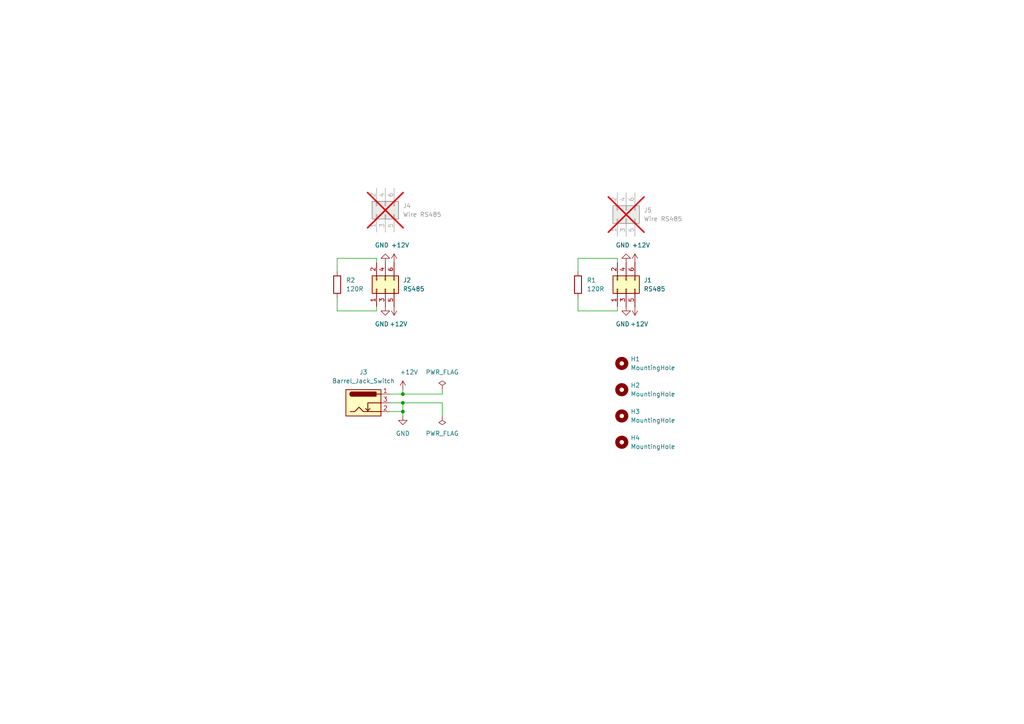
<source format=kicad_sch>
(kicad_sch (version 20231120) (generator "eeschema") (generator_version "8.0")
  (paper "A4")
  (lib_symbols
    (symbol "Connector:Barrel_Jack_Switch" (pin_names hide)
      (property "Reference" "J" (at 0 5.334 0))
      (property "Value" "Barrel_Jack_Switch" (at 0 -5.08 0))
      (symbol "Barrel_Jack_Switch_0_1"
        (rectangle (start -5.08 3.81) (end 5.08 -3.81) (stroke (width 0.254)) (fill (type background)))
        (arc (start -3.302 3.175) (mid -3.9343 2.54) (end -3.302 1.905) (stroke (width 0.254)))
        (arc (start -3.302 3.175) (mid -3.9343 2.54) (end -3.302 1.905) (stroke (width 0.254)) (fill (type outline)))
        (polyline (pts (xy 1.27 -2.286) (xy 1.905 -1.651)) (stroke (width 0.254)))
        (polyline (pts (xy 5.08 2.54) (xy 3.81 2.54)) (stroke (width 0.254)))
        (polyline (pts (xy 5.08 0) (xy 1.27 0) (xy 1.27 -2.286) (xy 0.635 -1.651)) (stroke (width 0.254)))
        (polyline (pts (xy -3.81 -2.54) (xy -2.54 -2.54) (xy -1.27 -1.27) (xy 0 -2.54) (xy 2.54 -2.54) (xy 5.08 -2.54)) (stroke (width 0.254)))
        (rectangle (start 3.683 3.175) (end -3.302 1.905) (stroke (width 0.254)) (fill (type outline)))
      )
      (symbol "Barrel_Jack_Switch_1_1"
        (pin passive line (at 7.62 2.54 180) (length 2.54) (name "~") (number "1"))
        (pin passive line (at 7.62 -2.54 180) (length 2.54) (name "~") (number "2"))
        (pin passive line (at 7.62 0 180) (length 2.54) (name "~") (number "3"))
      )
    )
    (symbol "Connector_Generic:Conn_02x03_Odd_Even" (pin_names (offset 1.016) hide)
      (property "Reference" "J" (at 1.27 5.08 0))
      (property "Value" "Conn_02x03_Odd_Even" (at 1.27 -5.08 0))
      (symbol "Conn_02x03_Odd_Even_1_1"
        (rectangle (start -1.27 -2.413) (end 0 -2.667) (stroke (width 0.1524)))
        (rectangle (start -1.27 0.127) (end 0 -0.127) (stroke (width 0.1524)))
        (rectangle (start -1.27 2.667) (end 0 2.413) (stroke (width 0.1524)))
        (rectangle (start -1.27 3.81) (end 3.81 -3.81) (stroke (width 0.254)) (fill (type background)))
        (rectangle (start 3.81 -2.413) (end 2.54 -2.667) (stroke (width 0.1524)))
        (rectangle (start 3.81 0.127) (end 2.54 -0.127) (stroke (width 0.1524)))
        (rectangle (start 3.81 2.667) (end 2.54 2.413) (stroke (width 0.1524)))
        (pin passive line (at -5.08 2.54 0) (length 3.81) (name "Pin_1") (number "1"))
        (pin passive line (at 7.62 2.54 180) (length 3.81) (name "Pin_2") (number "2"))
        (pin passive line (at -5.08 0 0) (length 3.81) (name "Pin_3") (number "3"))
        (pin passive line (at 7.62 0 180) (length 3.81) (name "Pin_4") (number "4"))
        (pin passive line (at -5.08 -2.54 0) (length 3.81) (name "Pin_5") (number "5"))
        (pin passive line (at 7.62 -2.54 180) (length 3.81) (name "Pin_6") (number "6"))
      )
    )
    (symbol "Device:R" (pin_numbers hide) (pin_names (offset 0))
      (property "Reference" "R" (at 2.032 0 90))
      (property "Value" "R" (at 0 0 90))
      (symbol "R_0_1"
        (rectangle (start -1.016 -2.54) (end 1.016 2.54) (stroke (width 0.254)))
      )
      (symbol "R_1_1"
        (pin passive line (at 0 3.81 270) (length 1.27) (name "~") (number "1"))
        (pin passive line (at 0 -3.81 90) (length 1.27) (name "~") (number "2"))
      )
    )
    (symbol "GND_1" (power) (pin_numbers hide) (pin_names (offset 0) hide)
      (property "Value" "GND" (at 0 -3.81 0))
      (symbol "GND_1_0_1"
        (polyline (pts (xy 0 0) (xy 0 -1.27) (xy 1.27 -1.27) (xy 0 -2.54) (xy -1.27 -1.27) (xy 0 -1.27)))
      )
      (symbol "GND_1_1_1"
        (pin power_in line (at 0 0 270) (length 0) (name "~") (number "1"))
      )
    )
    (symbol "GND_2" (power) (pin_numbers hide) (pin_names (offset 0) hide)
      (property "Value" "GND" (at 0 -3.81 0))
      (symbol "GND_2_0_1"
        (polyline (pts (xy 0 0) (xy 0 -1.27) (xy 1.27 -1.27) (xy 0 -2.54) (xy -1.27 -1.27) (xy 0 -1.27)))
      )
      (symbol "GND_2_1_1"
        (pin power_in line (at 0 0 270) (length 0) (name "~") (number "1"))
      )
    )
    (symbol "Mechanical:MountingHole" (pin_names (offset 1.016))
      (property "Reference" "H" (at 0 5.08 0))
      (property "Value" "MountingHole" (at 0 3.175 0))
      (symbol "MountingHole_0_1"
        (circle (center 0 0) (radius 1.27) (stroke (width 1.27)))
      )
    )
    (symbol "power:+12V" (power) (pin_numbers hide) (pin_names (offset 0) hide)
      (property "Value" "+12V" (at 0 3.556 0))
      (symbol "+12V_0_1"
        (polyline (pts (xy -0.762 1.27) (xy 0 2.54)))
        (polyline (pts (xy 0 0) (xy 0 2.54)))
        (polyline (pts (xy 0 2.54) (xy 0.762 1.27)))
      )
      (symbol "+12V_1_1"
        (pin power_in line (at 0 0 90) (length 0) (name "~") (number "1"))
      )
    )
    (symbol "power:PWR_FLAG" (power) (pin_numbers hide) (pin_names (offset 0) hide)
      (property "Value" "PWR_FLAG" (at 0 3.81 0))
      (symbol "PWR_FLAG_0_0"
        (pin power_out line (at 0 0 90) (length 0) (name "~") (number "1"))
      )
      (symbol "PWR_FLAG_0_1"
        (polyline (pts (xy 0 0) (xy 0 1.27) (xy -1.016 1.905) (xy 0 2.54) (xy 1.016 1.905) (xy 0 1.27)))
      )
    )
  )
  (junction (at 116.84 119.38))
  (junction (at 116.84 114.3))
  (junction (at 116.84 116.84))
  (wire (pts (xy 97.79 86.36) (xy 97.79 90.17)))
  (wire (pts (xy 97.79 74.93) (xy 97.79 78.74)))
  (wire (pts (xy 116.84 114.3) (xy 113.03 114.3)))
  (wire (pts (xy 128.27 120.65) (xy 128.27 116.84)))
  (wire (pts (xy 109.22 88.9) (xy 109.22 90.17)))
  (wire (pts (xy 109.22 90.17) (xy 97.79 90.17)))
  (wire (pts (xy 113.03 116.84) (xy 116.84 116.84)))
  (wire (pts (xy 128.27 116.84) (xy 116.84 116.84)))
  (wire (pts (xy 116.84 116.84) (xy 116.84 119.38)))
  (wire (pts (xy 179.07 88.9) (xy 179.07 90.17)))
  (wire (pts (xy 116.84 113.03) (xy 116.84 114.3)))
  (wire (pts (xy 179.07 76.2) (xy 179.07 74.93)))
  (wire (pts (xy 167.64 86.36) (xy 167.64 90.17)))
  (wire (pts (xy 116.84 119.38) (xy 116.84 120.65)))
  (wire (pts (xy 179.07 90.17) (xy 167.64 90.17)))
  (wire (pts (xy 109.22 76.2) (xy 109.22 74.93)))
  (wire (pts (xy 128.27 113.03) (xy 128.27 114.3)))
  (wire (pts (xy 167.64 74.93) (xy 167.64 78.74)))
  (wire (pts (xy 128.27 114.3) (xy 116.84 114.3)))
  (wire (pts (xy 179.07 74.93) (xy 167.64 74.93)))
  (wire (pts (xy 113.03 119.38) (xy 116.84 119.38)))
  (wire (pts (xy 109.22 74.93) (xy 97.79 74.93)))
  (symbol (lib_id "power:PWR_FLAG") (at 128.27 120.65 180) (unit 1)
    (property "Reference" "#FLG02" (effects (hide yes)))
    (property "Value" "PWR_FLAG" (at 128.27 125.73 0))
    (property "Description" "Special symbol for telling ERC where power comes from" (effects (hide yes)))
  )
  (symbol (lib_id "Mechanical:MountingHole") (at 180.34 120.65 0) (unit 1) (in_bom no)
    (property "Reference" "H3" (at 182.88 119.3799 0) (effects (justify left)))
    (property "Value" "MountingHole" (at 182.88 121.9199 0) (effects (justify left)))
    (property "Footprint" "MountingHole:MountingHole_5.3mm_M5" (effects (hide yes)))
    (property "MPN" "N/A" (effects (hide yes)))
  )
  (symbol (lib_id "power:+12V") (at 114.3 88.9 180) (unit 1)
    (property "Reference" "#PWR08" (effects (hide yes)))
    (property "Value" "+12V" (at 115.57 93.98 0))
    (property "Description" "Power symbol creates a global label with name \"+12V\"" (effects (hide yes)))
  )
  (symbol (lib_id "power:+12V") (at 184.15 76.2 0) (unit 1)
    (property "Reference" "#PWR03" (effects (hide yes)))
    (property "Value" "+12V" (at 185.928 71.12 0))
    (property "Description" "Power symbol creates a global label with name \"+12V\"" (effects (hide yes)))
  )
  (symbol (lib_id "power:+12V") (at 116.84 113.03 0) (unit 1)
    (property "Reference" "#PWR010" (effects (hide yes)))
    (property "Value" "+12V" (at 118.618 107.95 0))
    (property "Description" "Power symbol creates a global label with name \"+12V\"" (effects (hide yes)))
  )
  (symbol (lib_id "Connector:Barrel_Jack_Switch") (at 105.41 116.84 0) (unit 1)
    (property "Reference" "J3" (at 105.41 107.95 0))
    (property "Value" "Barrel_Jack_Switch" (at 105.41 110.49 0))
    (property "Footprint" "Connector_BarrelJack:BarrelJack_Horizontal" (effects (hide yes)))
    (property "Datasheet" "https://datasheet.lcsc.com/lcsc/2108131530_Korean-Hroparts-Elec-DC-005-20A_C130239.pdf" (effects (hide yes)))
    (property "Description" "DC Barrel Jack with an internal switch" (effects (hide yes)))
    (property "MPN" "DC-005-20A" (effects (hide yes)))
    (property "Status" "OK" (effects (hide yes)))
  )
  (symbol (lib_id "Connector_Generic:Conn_02x03_Odd_Even") (at 181.61 63.5 90) (unit 1) (on_board no) (dnp yes)
    (property "Reference" "J5" (at 186.69 60.9599 90) (effects (justify right)))
    (property "Value" "Wire RS485" (at 186.69 63.4999 90) (effects (justify right)))
    (property "Footprint" "Connector_IDC:IDC-Header_2x03_P2.54mm_Vertical" (effects (hide yes)))
    (property "Datasheet" "https://www.lcsc.com/datasheet/lcsc_datasheet_2304140030_XFCN-I254-2-3-G-3-B_C509254.pdf" (effects (hide yes)))
    (property "Description" "Generic connector, double row, 02x03, odd/even pin numbering scheme (row 1 odd numbers, row 2 even numbers), script generated (kicad-library-utils/schlib/autogen/connector/)" (effects (hide yes)))
    (property "MPN" " I254-2*3-G-3-B" (effects (hide yes)))
    (property "Status" "OK" (effects (hide yes)))
  )
  (symbol (lib_name "GND_2") (lib_id "power:GND") (at 111.76 76.2 180) (unit 1)
    (property "Reference" "#PWR05" (effects (hide yes)))
    (property "Value" "GND" (at 110.744 71.12 0))
    (property "Description" "Power symbol creates a global label with name \"GND\" , ground" (effects (hide yes)))
  )
  (symbol (lib_name "GND_1") (lib_id "power:GND") (at 116.84 120.65 0) (unit 1)
    (property "Reference" "#PWR09" (effects (hide yes)))
    (property "Value" "GND" (at 116.84 125.73 0))
    (property "Description" "Power symbol creates a global label with name \"GND\" , ground" (effects (hide yes)))
  )
  (symbol (lib_id "Mechanical:MountingHole") (at 180.34 128.27 0) (unit 1) (in_bom no)
    (property "Reference" "H4" (at 182.88 126.9999 0) (effects (justify left)))
    (property "Value" "MountingHole" (at 182.88 129.5399 0) (effects (justify left)))
    (property "Footprint" "MountingHole:MountingHole_5.3mm_M5" (effects (hide yes)))
    (property "MPN" "N/A" (effects (hide yes)))
  )
  (symbol (lib_name "GND_2") (lib_id "power:GND") (at 181.61 76.2 180) (unit 1)
    (property "Reference" "#PWR01" (effects (hide yes)))
    (property "Value" "GND" (at 180.594 71.12 0))
    (property "Description" "Power symbol creates a global label with name \"GND\" , ground" (effects (hide yes)))
  )
  (symbol (lib_id "power:PWR_FLAG") (at 128.27 113.03 0) (unit 1)
    (property "Reference" "#FLG01" (effects (hide yes)))
    (property "Value" "PWR_FLAG" (at 128.27 107.95 0))
    (property "Description" "Special symbol for telling ERC where power comes from" (effects (hide yes)))
  )
  (symbol (lib_id "Mechanical:MountingHole") (at 180.34 105.41 0) (unit 1) (in_bom no)
    (property "Reference" "H1" (at 182.88 104.1399 0) (effects (justify left)))
    (property "Value" "MountingHole" (at 182.88 106.6799 0) (effects (justify left)))
    (property "Footprint" "MountingHole:MountingHole_5.3mm_M5" (effects (hide yes)))
    (property "MPN" "N/A" (effects (hide yes)))
  )
  (symbol (lib_id "Device:R") (at 167.64 82.55 0) (unit 1)
    (property "Reference" "R1" (at 170.18 81.2799 0) (effects (justify left)))
    (property "Value" "120R" (at 170.18 83.8199 0) (effects (justify left)))
    (property "Footprint" "Resistor_SMD:R_1206_3216Metric" (effects (hide yes)))
    (property "Datasheet" "https://www.lcsc.com/datasheet/lcsc_datasheet_2011202108_YAGEO-RC1206FR-7W120RL_C914848.pdf" (effects (hide yes)))
    (property "Description" "Resistor" (effects (hide yes)))
    (property "MPN" "RC1206FR-7W120RL" (effects (hide yes)))
    (property "Status" "OK" (effects (hide yes)))
  )
  (symbol (lib_id "Connector_Generic:Conn_02x03_Odd_Even") (at 181.61 83.82 90) (unit 1)
    (property "Reference" "J1" (at 186.69 81.2799 90) (effects (justify right)))
    (property "Value" "RS485" (at 186.69 83.8199 90) (effects (justify right)))
    (property "Footprint" "Connector_IDC:IDC-Header_2x03_P2.54mm_Vertical" (effects (hide yes)))
    (property "Datasheet" "https://www.lcsc.com/datasheet/lcsc_datasheet_2303141000_HCTL-HC-JN254-2-03-Z_C5372863.pdf" (effects (hide yes)))
    (property "Description" "Generic connector, double row, 02x03, odd/even pin numbering scheme (row 1 odd numbers, row 2 even numbers), script generated (kicad-library-utils/schlib/autogen/connector/)" (effects (hide yes)))
    (property "MPN" "HC-JN254-2-03-Z" (effects (hide yes)))
    (property "Status" "OK" (effects (hide yes)))
  )
  (symbol (lib_id "Mechanical:MountingHole") (at 180.34 113.03 0) (unit 1) (in_bom no)
    (property "Reference" "H2" (at 182.88 111.7599 0) (effects (justify left)))
    (property "Value" "MountingHole" (at 182.88 114.2999 0) (effects (justify left)))
    (property "Footprint" "MountingHole:MountingHole_5.3mm_M5" (effects (hide yes)))
    (property "MPN" "N/A" (effects (hide yes)))
  )
  (symbol (lib_id "Connector_Generic:Conn_02x03_Odd_Even") (at 111.76 83.82 90) (unit 1)
    (property "Reference" "J2" (at 116.84 81.2799 90) (effects (justify right)))
    (property "Value" "RS485" (at 116.84 83.8199 90) (effects (justify right)))
    (property "Footprint" "Connector_IDC:IDC-Header_2x03_P2.54mm_Vertical" (effects (hide yes)))
    (property "Datasheet" "https://www.lcsc.com/datasheet/lcsc_datasheet_2303141000_HCTL-HC-JN254-2-03-Z_C5372863.pdf" (effects (hide yes)))
    (property "Description" "Generic connector, double row, 02x03, odd/even pin numbering scheme (row 1 odd numbers, row 2 even numbers), script generated (kicad-library-utils/schlib/autogen/connector/)" (effects (hide yes)))
    (property "MPN" "HC-JN254-2-03-Z" (effects (hide yes)))
    (property "Status" "OK" (effects (hide yes)))
  )
  (symbol (lib_name "GND_2") (lib_id "power:GND") (at 181.61 88.9 0) (unit 1)
    (property "Reference" "#PWR02" (effects (hide yes)))
    (property "Value" "GND" (at 180.594 93.98 0))
    (property "Description" "Power symbol creates a global label with name \"GND\" , ground" (effects (hide yes)))
  )
  (symbol (lib_id "power:+12V") (at 184.15 88.9 180) (unit 1)
    (property "Reference" "#PWR04" (effects (hide yes)))
    (property "Value" "+12V" (at 185.42 93.98 0))
    (property "Description" "Power symbol creates a global label with name \"+12V\"" (effects (hide yes)))
  )
  (symbol (lib_name "GND_2") (lib_id "power:GND") (at 111.76 88.9 0) (unit 1)
    (property "Reference" "#PWR06" (effects (hide yes)))
    (property "Value" "GND" (at 110.744 93.98 0))
    (property "Description" "Power symbol creates a global label with name \"GND\" , ground" (effects (hide yes)))
  )
  (symbol (lib_id "Device:R") (at 97.79 82.55 0) (unit 1)
    (property "Reference" "R2" (at 100.33 81.2799 0) (effects (justify left)))
    (property "Value" "120R" (at 100.33 83.8199 0) (effects (justify left)))
    (property "Footprint" "Resistor_SMD:R_1206_3216Metric" (effects (hide yes)))
    (property "Datasheet" "https://www.lcsc.com/datasheet/lcsc_datasheet_2011202108_YAGEO-RC1206FR-7W120RL_C914848.pdf" (effects (hide yes)))
    (property "Description" "Resistor" (effects (hide yes)))
    (property "MPN" "RC1206FR-7W120RL" (effects (hide yes)))
    (property "Status" "OK" (effects (hide yes)))
  )
  (symbol (lib_id "power:+12V") (at 114.3 76.2 0) (unit 1)
    (property "Reference" "#PWR07" (effects (hide yes)))
    (property "Value" "+12V" (at 116.078 71.12 0))
    (property "Description" "Power symbol creates a global label with name \"+12V\"" (effects (hide yes)))
  )
  (symbol (lib_id "Connector_Generic:Conn_02x03_Odd_Even") (at 111.76 62.23 90) (unit 1) (on_board no) (dnp yes)
    (property "Reference" "J4" (at 116.84 59.6899 90) (effects (justify right)))
    (property "Value" "Wire RS485" (at 116.84 62.2299 90) (effects (justify right)))
    (property "Footprint" "Connector_IDC:IDC-Header_2x03_P2.54mm_Vertical" (effects (hide yes)))
    (property "Datasheet" "https://www.lcsc.com/datasheet/lcsc_datasheet_2304140030_XFCN-I254-2-3-G-3-B_C509254.pdf" (effects (hide yes)))
    (property "Description" "Generic connector, double row, 02x03, odd/even pin numbering scheme (row 1 odd numbers, row 2 even numbers), script generated (kicad-library-utils/schlib/autogen/connector/)" (effects (hide yes)))
    (property "MPN" " I254-2*3-G-3-B" (effects (hide yes)))
    (property "Status" "OK" (effects (hide yes)))
  )
)
</source>
